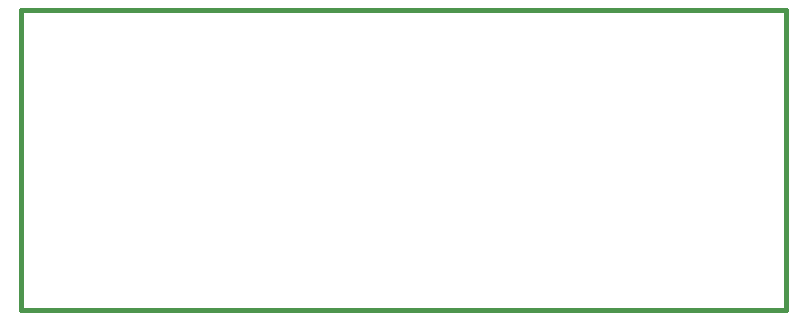
<source format=gbr>
G04 (created by PCBNEW-RS274X (2012-01-19 BZR 3256)-stable) date Wed 20 Feb 2013 03:59:13 PM COT*
G01*
G70*
G90*
%MOIN*%
G04 Gerber Fmt 3.4, Leading zero omitted, Abs format*
%FSLAX34Y34*%
G04 APERTURE LIST*
%ADD10C,0.006000*%
%ADD11C,0.015000*%
G04 APERTURE END LIST*
G54D10*
G54D11*
X44250Y-31250D02*
X44250Y-21250D01*
X69750Y-31250D02*
X44250Y-31250D01*
X69750Y-21250D02*
X69750Y-31250D01*
X44250Y-21250D02*
X69750Y-21250D01*
M02*

</source>
